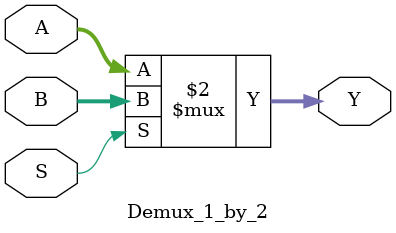
<source format=v>
`timescale 1ns / 1ps


module Demux_1_by_2(
    input [31:0] A,B,
    input S,
    output [31:0] Y
    );
    assign Y = ( S == 1'b1 ) ? B : A;
    
endmodule

</source>
